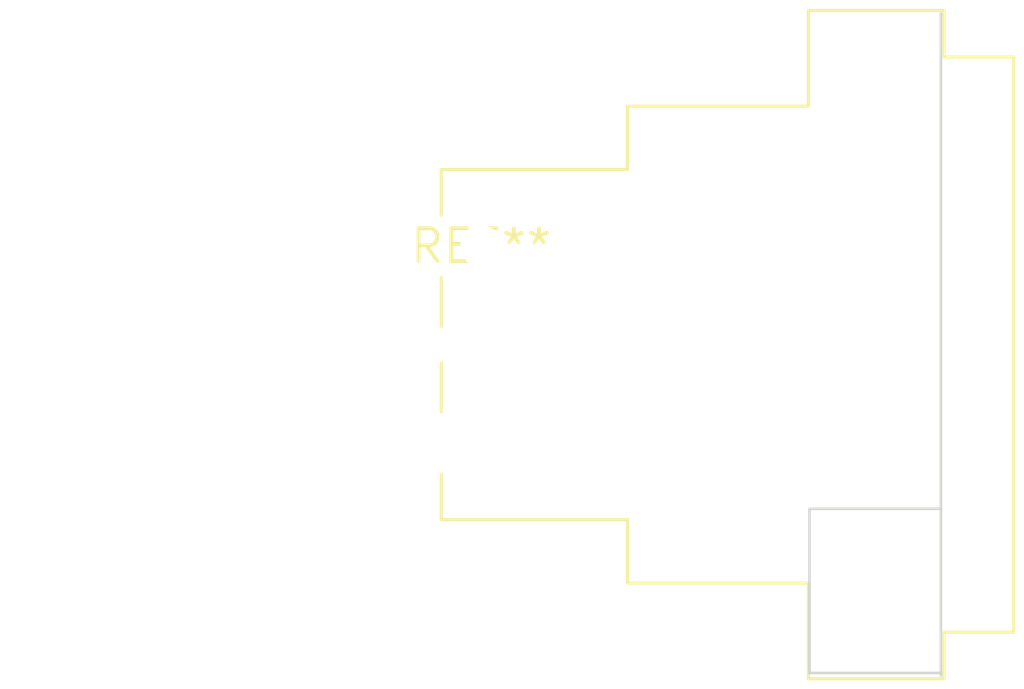
<source format=kicad_pcb>
(kicad_pcb (version 20240108) (generator pcbnew)
  (layers (0 "F.Cu" signal) (31 "B.Cu" signal) (34 "B.Paste" user) (35 "F.Paste" user) (36 "B.SilkS" user "B.Silkscreen") (37 "F.SilkS" user "F.Silkscreen") (38 "B.Mask" user) (39 "F.Mask" user) (44 "Edge.Cuts" user))
  (net 0 "")
  (footprint "Jack_XLR_Neutrik_NC3MAHR_Horizontal" (layer "F.Cu") (at 0 0)
    (property "Reference" "REF**")
    (property "Value" "Jack_XLR_Neutrik_NC3MAHR_Horizontal")
    (fp_line (start -1.54 -2.96) (end -1.54 -1.19) (layer "F.SilkS") (stroke (width 0.12)))
    (fp_line (start -1.54 3.11) (end -1.54 1.21) (layer "F.SilkS") (stroke (width 0.12)))
    (fp_line (start -1.54 4.51) (end -1.54 6.41) (layer "F.SilkS") (stroke (width 0.12)))
    (fp_line (start -1.54 8.81) (end -1.54 10.58) (layer "F.SilkS") (stroke (width 0.12)))
    (fp_line (start 5.66 -2.96) (end -1.54 -2.96) (layer "F.SilkS") (stroke (width 0.12)))
    (fp_line (start 5.66 -2.96) (end 5.66 -5.41) (layer "F.SilkS") (stroke (width 0.12)))
    (fp_line (start 5.66 10.58) (end -1.54 10.58) (layer "F.SilkS") (stroke (width 0.12)))
    (fp_line (start 5.66 10.58) (end 5.66 13.03) (layer "F.SilkS") (stroke (width 0.12)))
    (fp_line (start 12.66 -5.41) (end 5.66 -5.41) (layer "F.SilkS") (stroke (width 0.12)))
    (fp_line (start 12.66 -5.41) (end 12.66 -9.11) (layer "F.SilkS") (stroke (width 0.12)))
    (fp_line (start 12.66 13.03) (end 5.66 13.03) (layer "F.SilkS") (stroke (width 0.12)))
    (fp_line (start 12.66 16.73) (end 12.66 13.03) (layer "F.SilkS") (stroke (width 0.12)))
    (fp_line (start 17.9 -9.11) (end 12.66 -9.11) (layer "F.SilkS") (stroke (width 0.12)))
    (fp_line (start 17.9 -9.11) (end 17.9 -7.31) (layer "F.SilkS") (stroke (width 0.12)))
    (fp_line (start 17.9 -7.31) (end 20.6 -7.31) (layer "F.SilkS") (stroke (width 0.12)))
    (fp_line (start 17.9 14.93) (end 17.9 16.73) (layer "F.SilkS") (stroke (width 0.12)))
    (fp_line (start 17.9 14.93) (end 20.6 14.93) (layer "F.SilkS") (stroke (width 0.12)))
    (fp_line (start 17.9 16.73) (end 12.66 16.73) (layer "F.SilkS") (stroke (width 0.12)))
    (fp_line (start 20.6 -7.31) (end 20.6 14.93) (layer "F.SilkS") (stroke (width 0.12)))
    (fp_line (start 12.7 10.16) (end 12.7 16.51) (layer "Edge.Cuts") (stroke (width 0.1)))
    (fp_line (start 12.7 16.51) (end 17.78 16.51) (layer "Edge.Cuts") (stroke (width 0.1)))
    (fp_line (start 17.78 -8.99) (end 17.78 16.61) (layer "Edge.Cuts") (stroke (width 0.1)))
    (fp_line (start 17.78 10.16) (end 12.7 10.16) (layer "Edge.Cuts") (stroke (width 0.1)))
    (pad "" np_thru_hole circle (at 10.78 3.81) (size 1.2 1.2) (drill 1.2) (layers *.Cu *.Mask))
    (pad "1" thru_hole circle (at 0 0) (size 3.4 3.4) (drill 1.6) (layers *.Cu *.Mask) (remove_unused_layers))
    (pad "2" thru_hole circle (at 0 3.81) (size 2.9 2.9) (drill 1.2) (layers *.Cu *.Mask) (remove_unused_layers))
    (pad "3" thru_hole circle (at 0 7.62) (size 3.4 3.4) (drill 1.6) (layers *.Cu *.Mask) (remove_unused_layers))
    (pad "G" thru_hole circle (at 5.08 3.81) (size 2.9 2.9) (drill 1.2) (layers *.Cu *.Mask) (remove_unused_layers))
  )
)
</source>
